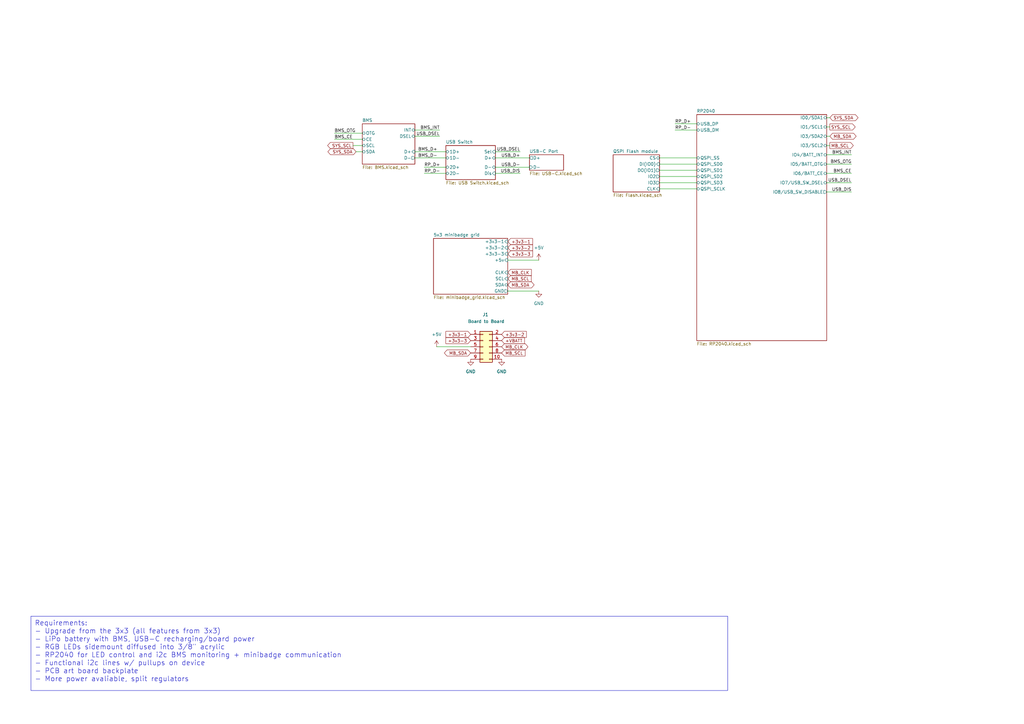
<source format=kicad_sch>
(kicad_sch (version 20231120) (generator "eeschema") (generator_version "8.0")
  (paper "A3")
  (lib_symbols
    (symbol "Connector_Generic:Conn_02x05_Odd_Even" (pin_names (offset 1.016) hide)
      (property "Reference" "J" (at 1.27 7.62 0))
      (property "Value" "Conn_02x05_Odd_Even" (at 1.27 -7.62 0))
      (symbol "Conn_02x05_Odd_Even_1_1"
        (rectangle (start -1.27 -4.953) (end 0 -5.207) (stroke (width 0.1524)))
        (rectangle (start -1.27 -2.413) (end 0 -2.667) (stroke (width 0.1524)))
        (rectangle (start -1.27 0.127) (end 0 -0.127) (stroke (width 0.1524)))
        (rectangle (start -1.27 2.667) (end 0 2.413) (stroke (width 0.1524)))
        (rectangle (start -1.27 5.207) (end 0 4.953) (stroke (width 0.1524)))
        (rectangle (start -1.27 6.35) (end 3.81 -6.35) (stroke (width 0.254)) (fill (type background)))
        (rectangle (start 3.81 -4.953) (end 2.54 -5.207) (stroke (width 0.1524)))
        (rectangle (start 3.81 -2.413) (end 2.54 -2.667) (stroke (width 0.1524)))
        (rectangle (start 3.81 0.127) (end 2.54 -0.127) (stroke (width 0.1524)))
        (rectangle (start 3.81 2.667) (end 2.54 2.413) (stroke (width 0.1524)))
        (rectangle (start 3.81 5.207) (end 2.54 4.953) (stroke (width 0.1524)))
        (pin passive line (at -5.08 5.08 0) (length 3.81) (name "Pin_1") (number "1"))
        (pin passive line (at 7.62 -5.08 180) (length 3.81) (name "Pin_10") (number "10"))
        (pin passive line (at 7.62 5.08 180) (length 3.81) (name "Pin_2") (number "2"))
        (pin passive line (at -5.08 2.54 0) (length 3.81) (name "Pin_3") (number "3"))
        (pin passive line (at 7.62 2.54 180) (length 3.81) (name "Pin_4") (number "4"))
        (pin passive line (at -5.08 0 0) (length 3.81) (name "Pin_5") (number "5"))
        (pin passive line (at 7.62 0 180) (length 3.81) (name "Pin_6") (number "6"))
        (pin passive line (at -5.08 -2.54 0) (length 3.81) (name "Pin_7") (number "7"))
        (pin passive line (at 7.62 -2.54 180) (length 3.81) (name "Pin_8") (number "8"))
        (pin passive line (at -5.08 -5.08 0) (length 3.81) (name "Pin_9") (number "9"))
      )
    )
    (symbol "power:+5V" (power) (pin_numbers hide) (pin_names (offset 0) hide)
      (property "Value" "+5V" (at 0 3.556 0))
      (symbol "+5V_0_1"
        (polyline (pts (xy -0.762 1.27) (xy 0 2.54)))
        (polyline (pts (xy 0 0) (xy 0 2.54)))
        (polyline (pts (xy 0 2.54) (xy 0.762 1.27)))
      )
      (symbol "+5V_1_1"
        (pin power_in line (at 0 0 90) (length 0) (name "~") (number "1"))
      )
    )
    (symbol "power:GND" (power) (pin_numbers hide) (pin_names (offset 0) hide)
      (property "Value" "GND" (at 0 -3.81 0))
      (symbol "GND_0_1"
        (polyline (pts (xy 0 0) (xy 0 -1.27) (xy 1.27 -1.27) (xy 0 -2.54) (xy -1.27 -1.27) (xy 0 -1.27)))
      )
      (symbol "GND_1_1"
        (pin power_in line (at 0 0 270) (length 0) (name "~") (number "1"))
      )
    )
  )
  (wire (pts (xy 276.86 50.8) (xy 285.75 50.8)))
  (wire (pts (xy 339.09 48.26) (xy 340.36 48.26)))
  (wire (pts (xy 173.99 68.58) (xy 182.88 68.58)))
  (wire (pts (xy 144.78 59.69) (xy 148.59 59.69)))
  (wire (pts (xy 170.18 64.77) (xy 182.88 64.77)))
  (wire (pts (xy 339.09 74.93) (xy 349.25 74.93)))
  (wire (pts (xy 208.28 106.68) (xy 220.98 106.68)))
  (wire (pts (xy 270.51 72.39) (xy 285.75 72.39)))
  (wire (pts (xy 339.09 78.74) (xy 349.25 78.74)))
  (wire (pts (xy 179.07 142.24) (xy 193.04 142.24)))
  (wire (pts (xy 203.2 68.58) (xy 217.17 68.58)))
  (wire (pts (xy 339.09 52.07) (xy 340.36 52.07)))
  (wire (pts (xy 137.16 54.61) (xy 148.59 54.61)))
  (wire (pts (xy 203.2 64.77) (xy 217.17 64.77)))
  (wire (pts (xy 203.2 71.12) (xy 213.36 71.12)))
  (wire (pts (xy 146.05 62.23) (xy 148.59 62.23)))
  (wire (pts (xy 339.09 71.12) (xy 349.25 71.12)))
  (wire (pts (xy 339.09 67.31) (xy 349.25 67.31)))
  (wire (pts (xy 339.09 59.69) (xy 340.36 59.69)))
  (wire (pts (xy 276.86 53.34) (xy 285.75 53.34)))
  (wire (pts (xy 170.18 62.23) (xy 182.88 62.23)))
  (wire (pts (xy 270.51 77.47) (xy 285.75 77.47)))
  (wire (pts (xy 173.99 71.12) (xy 182.88 71.12)))
  (wire (pts (xy 270.51 74.93) (xy 285.75 74.93)))
  (wire (pts (xy 137.16 57.15) (xy 148.59 57.15)))
  (wire (pts (xy 270.51 64.77) (xy 285.75 64.77)))
  (wire (pts (xy 339.09 63.5) (xy 349.25 63.5)))
  (wire (pts (xy 339.09 55.88) (xy 340.36 55.88)))
  (wire (pts (xy 208.28 119.38) (xy 220.98 119.38)))
  (wire (pts (xy 270.51 67.31) (xy 285.75 67.31)))
  (wire (pts (xy 170.18 55.88) (xy 180.34 55.88)))
  (wire (pts (xy 270.51 69.85) (xy 285.75 69.85)))
  (wire (pts (xy 170.18 53.34) (xy 180.34 53.34)))
  (wire (pts (xy 203.2 62.23) (xy 213.36 62.23)))
  (text_box "Requirements:\n- Upgrade from the 3x3 (all features from 3x3)\n- LiPo battery with BMS, USB-C recharging/board power\n- RGB LEDs sidemount diffused into 3/8\" acrylic\n- RP2040 for LED control and i2c BMS monitoring + minibadge communication\n- Functional i2c lines w/ pullups on device\n- PCB art board backplate\n- More power avaliable, split regulators" (at 12.7 252.73 0) (size 285.75 30.48) (effects (font (size 2.032 2.032)) (justify left top)))
  (label "RP_D+" (at 276.86 50.8 0))
  (label "BMS_INT" (at 349.25 63.5 180))
  (label "BMS_CE" (at 137.16 57.15 0))
  (label "BMS_D+" (at 171.45 62.23 0))
  (label "BMS_OTG" (at 349.25 67.31 180))
  (label "USB_D-" (at 213.36 68.58 180))
  (label "BMS_D-" (at 171.45 64.77 0))
  (label "RP_D+" (at 173.99 68.58 0))
  (label "BMS_OTG" (at 137.16 54.61 0))
  (label "USB_DIS" (at 213.36 71.12 180))
  (label "USB_DSEL" (at 180.34 55.88 180))
  (label "USB_D+" (at 213.36 64.77 180))
  (label "RP_D-" (at 276.86 53.34 0))
  (label "USB_DSEL" (at 349.25 74.93 180))
  (label "RP_D-" (at 173.99 71.12 0))
  (label "USB_DIS" (at 349.25 78.74 180))
  (label "BMS_INT" (at 180.34 53.34 180))
  (label "USB_DSEL" (at 213.36 62.23 180))
  (label "BMS_CE" (at 349.25 71.12 180))
  (global_label "+VBATT" (shape input) (at 205.74 139.7 0) (property "Intersheetrefs" "${INTERSHEET_REFS}" (effects (hide yes))))
  (global_label "SYS_SCL" (shape output) (at 144.78 59.69 180) (property "Intersheetrefs" "${INTERSHEET_REFS}" (effects (hide yes))))
  (global_label "+3v3-2" (shape input) (at 208.28 101.6 0) (property "Intersheetrefs" "${INTERSHEET_REFS}" (effects (hide yes))))
  (global_label "SYS_SDA" (shape bidirectional) (at 146.05 62.23 180) (property "Intersheetrefs" "${INTERSHEET_REFS}" (effects (hide yes))))
  (global_label "SYS_SDA" (shape bidirectional) (at 340.36 48.26 0) (property "Intersheetrefs" "${INTERSHEET_REFS}" (effects (hide yes))))
  (global_label "+3v3-2" (shape input) (at 205.74 137.16 0) (property "Intersheetrefs" "${INTERSHEET_REFS}" (effects (hide yes))))
  (global_label "+3v3-1" (shape input) (at 193.04 137.16 180) (property "Intersheetrefs" "${INTERSHEET_REFS}" (effects (hide yes))))
  (global_label "MB_CLK" (shape input) (at 208.28 111.76 0) (property "Intersheetrefs" "${INTERSHEET_REFS}" (effects (hide yes))))
  (global_label "MB_SCL" (shape input) (at 205.74 144.78 0) (property "Intersheetrefs" "${INTERSHEET_REFS}" (effects (hide yes))))
  (global_label "MB_SDA" (shape bidirectional) (at 193.04 144.78 180) (property "Intersheetrefs" "${INTERSHEET_REFS}" (effects (hide yes))))
  (global_label "MB_SDA" (shape bidirectional) (at 208.28 116.84 0) (property "Intersheetrefs" "${INTERSHEET_REFS}" (effects (hide yes))))
  (global_label "+3v3-1" (shape input) (at 208.28 99.06 0) (property "Intersheetrefs" "${INTERSHEET_REFS}" (effects (hide yes))))
  (global_label "+3v3-3" (shape input) (at 193.04 139.7 180) (property "Intersheetrefs" "${INTERSHEET_REFS}" (effects (hide yes))))
  (global_label "+3v3-3" (shape input) (at 208.28 104.14 0) (property "Intersheetrefs" "${INTERSHEET_REFS}" (effects (hide yes))))
  (global_label "MB_SCL" (shape output) (at 340.36 59.69 0) (property "Intersheetrefs" "${INTERSHEET_REFS}" (effects (hide yes))))
  (global_label "SYS_SCL" (shape output) (at 340.36 52.07 0) (property "Intersheetrefs" "${INTERSHEET_REFS}" (effects (hide yes))))
  (global_label "MB_SDA" (shape bidirectional) (at 340.36 55.88 0) (property "Intersheetrefs" "${INTERSHEET_REFS}" (effects (hide yes))))
  (global_label "MB_SCL" (shape input) (at 208.28 114.3 0) (property "Intersheetrefs" "${INTERSHEET_REFS}" (effects (hide yes))))
  (global_label "MB_CLK" (shape bidirectional) (at 205.74 142.24 0) (property "Intersheetrefs" "${INTERSHEET_REFS}" (effects (hide yes))))
  (symbol (lib_id "Connector_Generic:Conn_02x05_Odd_Even") (at 198.12 142.24 0) (unit 1)
    (property "Reference" "J1" (at 199.136 129.032 0))
    (property "Value" "Board to Board" (at 199.39 131.826 0))
    (property "Description" "Generic connector, double row, 02x05, odd/even pin numbering scheme (row 1 odd numbers, row 2 even numbers), script generated (kicad-library-utils/schlib/autogen/connector/)" (effects (hide yes)))
  )
  (symbol (lib_id "power:+5V") (at 179.07 142.24 0) (unit 1)
    (property "Reference" "#PWR010" (effects (hide yes)))
    (property "Value" "+5V" (at 179.07 137.16 0))
    (property "Description" "Power symbol creates a global label with name \"+5V\"" (effects (hide yes)))
  )
  (symbol (lib_id "power:+5V") (at 220.98 106.68 0) (unit 1)
    (property "Reference" "#PWR013" (effects (hide yes)))
    (property "Value" "+5V" (at 220.98 101.6 0))
    (property "Description" "Power symbol creates a global label with name \"+5V\"" (effects (hide yes)))
  )
  (symbol (lib_id "power:GND") (at 205.74 147.32 0) (unit 1)
    (property "Reference" "#PWR012" (effects (hide yes)))
    (property "Value" "GND" (at 205.74 152.4 0))
    (property "Description" "Power symbol creates a global label with name \"GND\" , ground" (effects (hide yes)))
  )
  (symbol (lib_id "power:GND") (at 220.98 119.38 0) (unit 1)
    (property "Reference" "#PWR014" (effects (hide yes)))
    (property "Value" "GND" (at 220.98 124.46 0))
    (property "Description" "Power symbol creates a global label with name \"GND\" , ground" (effects (hide yes)))
  )
  (symbol (lib_id "power:GND") (at 193.04 147.32 0) (unit 1)
    (property "Reference" "#PWR011" (effects (hide yes)))
    (property "Value" "GND" (at 193.04 152.4 0))
    (property "Description" "Power symbol creates a global label with name \"GND\" , ground" (effects (hide yes)))
  )
  (sheet (at 177.8 97.79) (size 30.48 22.86) (stroke (width 0.1524))
    (property "Sheetname" "5x3 minibadge grid" (at 177.8 97.0784 0) (effects (justify left bottom)))
    (property "Sheetfile" "minibadge_grid.kicad_sch" (at 177.8 121.2346 0) (effects (justify left top)))
    (pin "SDA" bidirectional (at 208.28 116.84 0))
    (pin "+5v" input (at 208.28 106.68 0))
    (pin "SCL" input (at 208.28 114.3 0))
    (pin "GND" output (at 208.28 119.38 0))
    (pin "+3v3-1" input (at 208.28 99.06 0))
    (pin "+3v3-3" input (at 208.28 104.14 0))
    (pin "CLK" input (at 208.28 111.76 0))
    (pin "+3v3-2" input (at 208.28 101.6 0))
  )
  (sheet (at 251.46 63.5) (size 19.05 15.24) (stroke (width 0.1524))
    (property "Sheetname" "QSPI Flash module" (at 251.46 62.7884 0) (effects (justify left bottom)))
    (property "Sheetfile" "Flash.kicad_sch" (at 251.46 79.3246 0) (effects (justify left top)))
    (pin "CLK" input (at 270.51 77.47 0))
    (pin "DI(IO0)" input (at 270.51 67.31 0))
    (pin "CS" bidirectional (at 270.51 64.77 0))
    (pin "DO(IO1)" output (at 270.51 69.85 0))
    (pin "IO2" output (at 270.51 72.39 0))
    (pin "IO3" output (at 270.51 74.93 0))
  )
  (sheet (at 285.75 46.99) (size 53.34 92.71) (stroke (width 0.1524))
    (property "Sheetname" "RP2040" (at 285.75 46.2784 0) (effects (justify left bottom)))
    (property "Sheetfile" "RP2040.kicad_sch" (at 285.75 140.2846 0) (effects (justify left top)))
    (pin "QSPI_SS" bidirectional (at 285.75 64.77 180))
    (pin "QSPI_SD0" bidirectional (at 285.75 67.31 180))
    (pin "QSPI_SD1" bidirectional (at 285.75 69.85 180))
    (pin "QSPI_SD2" bidirectional (at 285.75 72.39 180))
    (pin "QSPI_SD3" bidirectional (at 285.75 74.93 180))
    (pin "QSPI_SCLK" bidirectional (at 285.75 77.47 180))
    (pin "IO6{slash}BATT_CE" bidirectional (at 339.09 71.12 0))
    (pin "IO3/SCL2" bidirectional (at 339.09 59.69 0))
    (pin "IO0{slash}SDA1" bidirectional (at 339.09 48.26 0))
    (pin "IO1/SCL1" bidirectional (at 339.09 52.07 0))
    (pin "IO3/SDA2" bidirectional (at 339.09 55.88 0))
    (pin "USB_DP" bidirectional (at 285.75 50.8 180))
    (pin "USB_DM" bidirectional (at 285.75 53.34 180))
    (pin "IO4/BATT_INT" bidirectional (at 339.09 63.5 0))
    (pin "IO5/BATT_OTG" bidirectional (at 339.09 67.31 0))
    (pin "IO8{slash}USB_SW_DISABLE" output (at 339.09 78.74 0))
    (pin "IO7/USB_SW_DSEL" bidirectional (at 339.09 74.93 0))
  )
  (sheet (at 182.88 59.69) (size 20.32 13.97) (stroke (width 0.1524))
    (property "Sheetname" "USB Switch" (at 182.88 58.9784 0) (effects (justify left bottom)))
    (property "Sheetfile" "USB Switch.kicad_sch" (at 182.88 74.2446 0) (effects (justify left top)))
    (pin "D-" bidirectional (at 203.2 68.58 0))
    (pin "Sel" input (at 203.2 62.23 0))
    (pin "D+" bidirectional (at 203.2 64.77 0))
    (pin "Dis" input (at 203.2 71.12 0))
    (pin "2D+" bidirectional (at 182.88 68.58 180))
    (pin "1D+" bidirectional (at 182.88 62.23 180))
    (pin "1D-" bidirectional (at 182.88 64.77 180))
    (pin "2D-" bidirectional (at 182.88 71.12 180))
  )
  (sheet (at 217.17 63.5) (size 13.97 6.35) (stroke (width 0.1524))
    (property "Sheetname" "USB-C Port" (at 217.17 62.7884 0) (effects (justify left bottom)))
    (property "Sheetfile" "USB-C.kicad_sch" (at 217.17 70.4346 0) (effects (justify left top)))
    (pin "D-" input (at 217.17 68.58 180))
    (pin "D+" output (at 217.17 64.77 180))
  )
  (sheet (at 148.59 50.8) (size 21.59 16.51) (stroke (width 0.1524))
    (property "Sheetname" "BMS" (at 148.59 50.0884 0) (effects (justify left bottom)))
    (property "Sheetfile" "BMS.kicad_sch" (at 148.59 67.8946 0) (effects (justify left top)))
    (pin "D-" output (at 170.18 64.77 0))
    (pin "D+" input (at 170.18 62.23 0))
    (pin "DSEL" bidirectional (at 170.18 55.88 0))
    (pin "SDA" bidirectional (at 148.59 62.23 180))
    (pin "SCL" bidirectional (at 148.59 59.69 180))
    (pin "INT" bidirectional (at 170.18 53.34 0))
    (pin "CE" bidirectional (at 148.59 57.15 180))
    (pin "OTG" bidirectional (at 148.59 54.61 180))
  )
)
</source>
